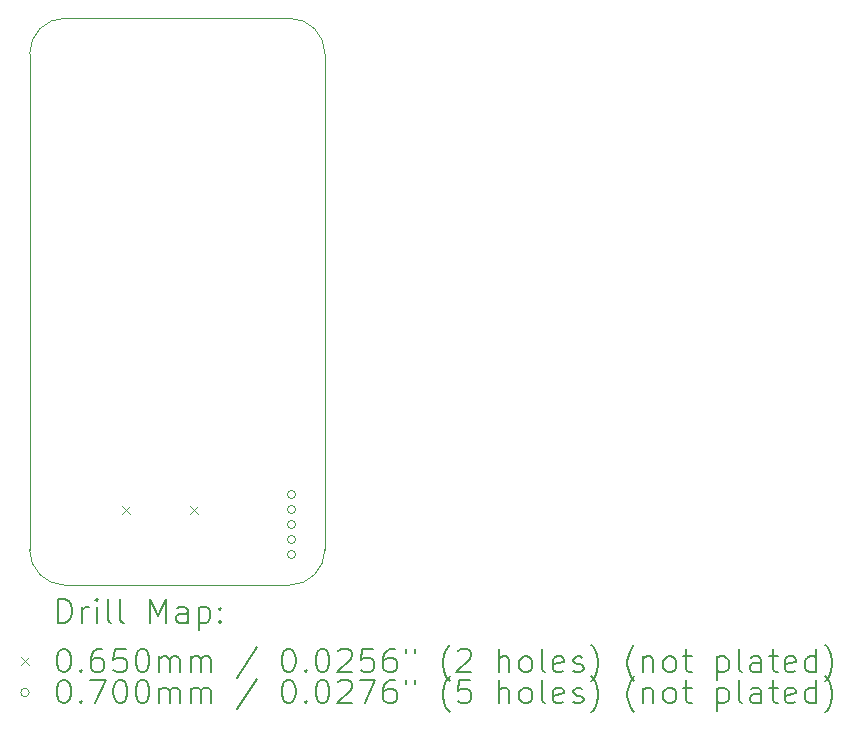
<source format=gbr>
%TF.GenerationSoftware,KiCad,Pcbnew,7.0.2*%
%TF.CreationDate,2023-10-19T19:02:42-04:00*%
%TF.ProjectId,XBee_Joint,58426565-5f4a-46f6-996e-742e6b696361,rev?*%
%TF.SameCoordinates,Original*%
%TF.FileFunction,Drillmap*%
%TF.FilePolarity,Positive*%
%FSLAX45Y45*%
G04 Gerber Fmt 4.5, Leading zero omitted, Abs format (unit mm)*
G04 Created by KiCad (PCBNEW 7.0.2) date 2023-10-19 19:02:42*
%MOMM*%
%LPD*%
G01*
G04 APERTURE LIST*
%ADD10C,0.100000*%
%ADD11C,0.200000*%
%ADD12C,0.065000*%
%ADD13C,0.070000*%
G04 APERTURE END LIST*
D10*
X6629000Y-14697000D02*
G75*
G03*
X6929000Y-14997000I300000J0D01*
G01*
X8829000Y-14997000D02*
G75*
G03*
X9129000Y-14697000I0J300000D01*
G01*
X8829000Y-14997000D02*
X6929000Y-14997000D01*
X6929000Y-10197000D02*
G75*
G03*
X6629000Y-10497000I0J-300000D01*
G01*
X6629000Y-14697000D02*
X6629000Y-10497000D01*
X9129000Y-10497000D02*
G75*
G03*
X8829000Y-10197000I-300000J0D01*
G01*
X9129000Y-10497000D02*
X9129000Y-14697000D01*
X6929000Y-10197000D02*
X8829000Y-10197000D01*
D11*
D12*
X7412500Y-14329000D02*
X7477500Y-14394000D01*
X7477500Y-14329000D02*
X7412500Y-14394000D01*
X7990500Y-14329000D02*
X8055500Y-14394000D01*
X8055500Y-14329000D02*
X7990500Y-14394000D01*
D13*
X8880450Y-14230000D02*
G75*
G03*
X8880450Y-14230000I-35000J0D01*
G01*
X8880450Y-14357000D02*
G75*
G03*
X8880450Y-14357000I-35000J0D01*
G01*
X8880450Y-14484000D02*
G75*
G03*
X8880450Y-14484000I-35000J0D01*
G01*
X8880450Y-14611000D02*
G75*
G03*
X8880450Y-14611000I-35000J0D01*
G01*
X8880450Y-14738000D02*
G75*
G03*
X8880450Y-14738000I-35000J0D01*
G01*
D11*
X6871619Y-15314524D02*
X6871619Y-15114524D01*
X6871619Y-15114524D02*
X6919238Y-15114524D01*
X6919238Y-15114524D02*
X6947809Y-15124048D01*
X6947809Y-15124048D02*
X6966857Y-15143095D01*
X6966857Y-15143095D02*
X6976381Y-15162143D01*
X6976381Y-15162143D02*
X6985905Y-15200238D01*
X6985905Y-15200238D02*
X6985905Y-15228809D01*
X6985905Y-15228809D02*
X6976381Y-15266905D01*
X6976381Y-15266905D02*
X6966857Y-15285952D01*
X6966857Y-15285952D02*
X6947809Y-15305000D01*
X6947809Y-15305000D02*
X6919238Y-15314524D01*
X6919238Y-15314524D02*
X6871619Y-15314524D01*
X7071619Y-15314524D02*
X7071619Y-15181190D01*
X7071619Y-15219286D02*
X7081143Y-15200238D01*
X7081143Y-15200238D02*
X7090667Y-15190714D01*
X7090667Y-15190714D02*
X7109714Y-15181190D01*
X7109714Y-15181190D02*
X7128762Y-15181190D01*
X7195428Y-15314524D02*
X7195428Y-15181190D01*
X7195428Y-15114524D02*
X7185905Y-15124048D01*
X7185905Y-15124048D02*
X7195428Y-15133571D01*
X7195428Y-15133571D02*
X7204952Y-15124048D01*
X7204952Y-15124048D02*
X7195428Y-15114524D01*
X7195428Y-15114524D02*
X7195428Y-15133571D01*
X7319238Y-15314524D02*
X7300190Y-15305000D01*
X7300190Y-15305000D02*
X7290667Y-15285952D01*
X7290667Y-15285952D02*
X7290667Y-15114524D01*
X7424000Y-15314524D02*
X7404952Y-15305000D01*
X7404952Y-15305000D02*
X7395428Y-15285952D01*
X7395428Y-15285952D02*
X7395428Y-15114524D01*
X7652571Y-15314524D02*
X7652571Y-15114524D01*
X7652571Y-15114524D02*
X7719238Y-15257381D01*
X7719238Y-15257381D02*
X7785905Y-15114524D01*
X7785905Y-15114524D02*
X7785905Y-15314524D01*
X7966857Y-15314524D02*
X7966857Y-15209762D01*
X7966857Y-15209762D02*
X7957333Y-15190714D01*
X7957333Y-15190714D02*
X7938286Y-15181190D01*
X7938286Y-15181190D02*
X7900190Y-15181190D01*
X7900190Y-15181190D02*
X7881143Y-15190714D01*
X7966857Y-15305000D02*
X7947809Y-15314524D01*
X7947809Y-15314524D02*
X7900190Y-15314524D01*
X7900190Y-15314524D02*
X7881143Y-15305000D01*
X7881143Y-15305000D02*
X7871619Y-15285952D01*
X7871619Y-15285952D02*
X7871619Y-15266905D01*
X7871619Y-15266905D02*
X7881143Y-15247857D01*
X7881143Y-15247857D02*
X7900190Y-15238333D01*
X7900190Y-15238333D02*
X7947809Y-15238333D01*
X7947809Y-15238333D02*
X7966857Y-15228809D01*
X8062095Y-15181190D02*
X8062095Y-15381190D01*
X8062095Y-15190714D02*
X8081143Y-15181190D01*
X8081143Y-15181190D02*
X8119238Y-15181190D01*
X8119238Y-15181190D02*
X8138286Y-15190714D01*
X8138286Y-15190714D02*
X8147809Y-15200238D01*
X8147809Y-15200238D02*
X8157333Y-15219286D01*
X8157333Y-15219286D02*
X8157333Y-15276428D01*
X8157333Y-15276428D02*
X8147809Y-15295476D01*
X8147809Y-15295476D02*
X8138286Y-15305000D01*
X8138286Y-15305000D02*
X8119238Y-15314524D01*
X8119238Y-15314524D02*
X8081143Y-15314524D01*
X8081143Y-15314524D02*
X8062095Y-15305000D01*
X8243048Y-15295476D02*
X8252571Y-15305000D01*
X8252571Y-15305000D02*
X8243048Y-15314524D01*
X8243048Y-15314524D02*
X8233524Y-15305000D01*
X8233524Y-15305000D02*
X8243048Y-15295476D01*
X8243048Y-15295476D02*
X8243048Y-15314524D01*
X8243048Y-15190714D02*
X8252571Y-15200238D01*
X8252571Y-15200238D02*
X8243048Y-15209762D01*
X8243048Y-15209762D02*
X8233524Y-15200238D01*
X8233524Y-15200238D02*
X8243048Y-15190714D01*
X8243048Y-15190714D02*
X8243048Y-15209762D01*
D12*
X6559000Y-15609500D02*
X6624000Y-15674500D01*
X6624000Y-15609500D02*
X6559000Y-15674500D01*
D11*
X6909714Y-15534524D02*
X6928762Y-15534524D01*
X6928762Y-15534524D02*
X6947809Y-15544048D01*
X6947809Y-15544048D02*
X6957333Y-15553571D01*
X6957333Y-15553571D02*
X6966857Y-15572619D01*
X6966857Y-15572619D02*
X6976381Y-15610714D01*
X6976381Y-15610714D02*
X6976381Y-15658333D01*
X6976381Y-15658333D02*
X6966857Y-15696428D01*
X6966857Y-15696428D02*
X6957333Y-15715476D01*
X6957333Y-15715476D02*
X6947809Y-15725000D01*
X6947809Y-15725000D02*
X6928762Y-15734524D01*
X6928762Y-15734524D02*
X6909714Y-15734524D01*
X6909714Y-15734524D02*
X6890667Y-15725000D01*
X6890667Y-15725000D02*
X6881143Y-15715476D01*
X6881143Y-15715476D02*
X6871619Y-15696428D01*
X6871619Y-15696428D02*
X6862095Y-15658333D01*
X6862095Y-15658333D02*
X6862095Y-15610714D01*
X6862095Y-15610714D02*
X6871619Y-15572619D01*
X6871619Y-15572619D02*
X6881143Y-15553571D01*
X6881143Y-15553571D02*
X6890667Y-15544048D01*
X6890667Y-15544048D02*
X6909714Y-15534524D01*
X7062095Y-15715476D02*
X7071619Y-15725000D01*
X7071619Y-15725000D02*
X7062095Y-15734524D01*
X7062095Y-15734524D02*
X7052571Y-15725000D01*
X7052571Y-15725000D02*
X7062095Y-15715476D01*
X7062095Y-15715476D02*
X7062095Y-15734524D01*
X7243048Y-15534524D02*
X7204952Y-15534524D01*
X7204952Y-15534524D02*
X7185905Y-15544048D01*
X7185905Y-15544048D02*
X7176381Y-15553571D01*
X7176381Y-15553571D02*
X7157333Y-15582143D01*
X7157333Y-15582143D02*
X7147809Y-15620238D01*
X7147809Y-15620238D02*
X7147809Y-15696428D01*
X7147809Y-15696428D02*
X7157333Y-15715476D01*
X7157333Y-15715476D02*
X7166857Y-15725000D01*
X7166857Y-15725000D02*
X7185905Y-15734524D01*
X7185905Y-15734524D02*
X7224000Y-15734524D01*
X7224000Y-15734524D02*
X7243048Y-15725000D01*
X7243048Y-15725000D02*
X7252571Y-15715476D01*
X7252571Y-15715476D02*
X7262095Y-15696428D01*
X7262095Y-15696428D02*
X7262095Y-15648809D01*
X7262095Y-15648809D02*
X7252571Y-15629762D01*
X7252571Y-15629762D02*
X7243048Y-15620238D01*
X7243048Y-15620238D02*
X7224000Y-15610714D01*
X7224000Y-15610714D02*
X7185905Y-15610714D01*
X7185905Y-15610714D02*
X7166857Y-15620238D01*
X7166857Y-15620238D02*
X7157333Y-15629762D01*
X7157333Y-15629762D02*
X7147809Y-15648809D01*
X7443048Y-15534524D02*
X7347809Y-15534524D01*
X7347809Y-15534524D02*
X7338286Y-15629762D01*
X7338286Y-15629762D02*
X7347809Y-15620238D01*
X7347809Y-15620238D02*
X7366857Y-15610714D01*
X7366857Y-15610714D02*
X7414476Y-15610714D01*
X7414476Y-15610714D02*
X7433524Y-15620238D01*
X7433524Y-15620238D02*
X7443048Y-15629762D01*
X7443048Y-15629762D02*
X7452571Y-15648809D01*
X7452571Y-15648809D02*
X7452571Y-15696428D01*
X7452571Y-15696428D02*
X7443048Y-15715476D01*
X7443048Y-15715476D02*
X7433524Y-15725000D01*
X7433524Y-15725000D02*
X7414476Y-15734524D01*
X7414476Y-15734524D02*
X7366857Y-15734524D01*
X7366857Y-15734524D02*
X7347809Y-15725000D01*
X7347809Y-15725000D02*
X7338286Y-15715476D01*
X7576381Y-15534524D02*
X7595429Y-15534524D01*
X7595429Y-15534524D02*
X7614476Y-15544048D01*
X7614476Y-15544048D02*
X7624000Y-15553571D01*
X7624000Y-15553571D02*
X7633524Y-15572619D01*
X7633524Y-15572619D02*
X7643048Y-15610714D01*
X7643048Y-15610714D02*
X7643048Y-15658333D01*
X7643048Y-15658333D02*
X7633524Y-15696428D01*
X7633524Y-15696428D02*
X7624000Y-15715476D01*
X7624000Y-15715476D02*
X7614476Y-15725000D01*
X7614476Y-15725000D02*
X7595429Y-15734524D01*
X7595429Y-15734524D02*
X7576381Y-15734524D01*
X7576381Y-15734524D02*
X7557333Y-15725000D01*
X7557333Y-15725000D02*
X7547809Y-15715476D01*
X7547809Y-15715476D02*
X7538286Y-15696428D01*
X7538286Y-15696428D02*
X7528762Y-15658333D01*
X7528762Y-15658333D02*
X7528762Y-15610714D01*
X7528762Y-15610714D02*
X7538286Y-15572619D01*
X7538286Y-15572619D02*
X7547809Y-15553571D01*
X7547809Y-15553571D02*
X7557333Y-15544048D01*
X7557333Y-15544048D02*
X7576381Y-15534524D01*
X7728762Y-15734524D02*
X7728762Y-15601190D01*
X7728762Y-15620238D02*
X7738286Y-15610714D01*
X7738286Y-15610714D02*
X7757333Y-15601190D01*
X7757333Y-15601190D02*
X7785905Y-15601190D01*
X7785905Y-15601190D02*
X7804952Y-15610714D01*
X7804952Y-15610714D02*
X7814476Y-15629762D01*
X7814476Y-15629762D02*
X7814476Y-15734524D01*
X7814476Y-15629762D02*
X7824000Y-15610714D01*
X7824000Y-15610714D02*
X7843048Y-15601190D01*
X7843048Y-15601190D02*
X7871619Y-15601190D01*
X7871619Y-15601190D02*
X7890667Y-15610714D01*
X7890667Y-15610714D02*
X7900190Y-15629762D01*
X7900190Y-15629762D02*
X7900190Y-15734524D01*
X7995429Y-15734524D02*
X7995429Y-15601190D01*
X7995429Y-15620238D02*
X8004952Y-15610714D01*
X8004952Y-15610714D02*
X8024000Y-15601190D01*
X8024000Y-15601190D02*
X8052571Y-15601190D01*
X8052571Y-15601190D02*
X8071619Y-15610714D01*
X8071619Y-15610714D02*
X8081143Y-15629762D01*
X8081143Y-15629762D02*
X8081143Y-15734524D01*
X8081143Y-15629762D02*
X8090667Y-15610714D01*
X8090667Y-15610714D02*
X8109714Y-15601190D01*
X8109714Y-15601190D02*
X8138286Y-15601190D01*
X8138286Y-15601190D02*
X8157333Y-15610714D01*
X8157333Y-15610714D02*
X8166857Y-15629762D01*
X8166857Y-15629762D02*
X8166857Y-15734524D01*
X8557333Y-15525000D02*
X8385905Y-15782143D01*
X8814476Y-15534524D02*
X8833524Y-15534524D01*
X8833524Y-15534524D02*
X8852572Y-15544048D01*
X8852572Y-15544048D02*
X8862095Y-15553571D01*
X8862095Y-15553571D02*
X8871619Y-15572619D01*
X8871619Y-15572619D02*
X8881143Y-15610714D01*
X8881143Y-15610714D02*
X8881143Y-15658333D01*
X8881143Y-15658333D02*
X8871619Y-15696428D01*
X8871619Y-15696428D02*
X8862095Y-15715476D01*
X8862095Y-15715476D02*
X8852572Y-15725000D01*
X8852572Y-15725000D02*
X8833524Y-15734524D01*
X8833524Y-15734524D02*
X8814476Y-15734524D01*
X8814476Y-15734524D02*
X8795429Y-15725000D01*
X8795429Y-15725000D02*
X8785905Y-15715476D01*
X8785905Y-15715476D02*
X8776381Y-15696428D01*
X8776381Y-15696428D02*
X8766857Y-15658333D01*
X8766857Y-15658333D02*
X8766857Y-15610714D01*
X8766857Y-15610714D02*
X8776381Y-15572619D01*
X8776381Y-15572619D02*
X8785905Y-15553571D01*
X8785905Y-15553571D02*
X8795429Y-15544048D01*
X8795429Y-15544048D02*
X8814476Y-15534524D01*
X8966857Y-15715476D02*
X8976381Y-15725000D01*
X8976381Y-15725000D02*
X8966857Y-15734524D01*
X8966857Y-15734524D02*
X8957334Y-15725000D01*
X8957334Y-15725000D02*
X8966857Y-15715476D01*
X8966857Y-15715476D02*
X8966857Y-15734524D01*
X9100191Y-15534524D02*
X9119238Y-15534524D01*
X9119238Y-15534524D02*
X9138286Y-15544048D01*
X9138286Y-15544048D02*
X9147810Y-15553571D01*
X9147810Y-15553571D02*
X9157334Y-15572619D01*
X9157334Y-15572619D02*
X9166857Y-15610714D01*
X9166857Y-15610714D02*
X9166857Y-15658333D01*
X9166857Y-15658333D02*
X9157334Y-15696428D01*
X9157334Y-15696428D02*
X9147810Y-15715476D01*
X9147810Y-15715476D02*
X9138286Y-15725000D01*
X9138286Y-15725000D02*
X9119238Y-15734524D01*
X9119238Y-15734524D02*
X9100191Y-15734524D01*
X9100191Y-15734524D02*
X9081143Y-15725000D01*
X9081143Y-15725000D02*
X9071619Y-15715476D01*
X9071619Y-15715476D02*
X9062095Y-15696428D01*
X9062095Y-15696428D02*
X9052572Y-15658333D01*
X9052572Y-15658333D02*
X9052572Y-15610714D01*
X9052572Y-15610714D02*
X9062095Y-15572619D01*
X9062095Y-15572619D02*
X9071619Y-15553571D01*
X9071619Y-15553571D02*
X9081143Y-15544048D01*
X9081143Y-15544048D02*
X9100191Y-15534524D01*
X9243048Y-15553571D02*
X9252572Y-15544048D01*
X9252572Y-15544048D02*
X9271619Y-15534524D01*
X9271619Y-15534524D02*
X9319238Y-15534524D01*
X9319238Y-15534524D02*
X9338286Y-15544048D01*
X9338286Y-15544048D02*
X9347810Y-15553571D01*
X9347810Y-15553571D02*
X9357334Y-15572619D01*
X9357334Y-15572619D02*
X9357334Y-15591667D01*
X9357334Y-15591667D02*
X9347810Y-15620238D01*
X9347810Y-15620238D02*
X9233524Y-15734524D01*
X9233524Y-15734524D02*
X9357334Y-15734524D01*
X9538286Y-15534524D02*
X9443048Y-15534524D01*
X9443048Y-15534524D02*
X9433524Y-15629762D01*
X9433524Y-15629762D02*
X9443048Y-15620238D01*
X9443048Y-15620238D02*
X9462095Y-15610714D01*
X9462095Y-15610714D02*
X9509715Y-15610714D01*
X9509715Y-15610714D02*
X9528762Y-15620238D01*
X9528762Y-15620238D02*
X9538286Y-15629762D01*
X9538286Y-15629762D02*
X9547810Y-15648809D01*
X9547810Y-15648809D02*
X9547810Y-15696428D01*
X9547810Y-15696428D02*
X9538286Y-15715476D01*
X9538286Y-15715476D02*
X9528762Y-15725000D01*
X9528762Y-15725000D02*
X9509715Y-15734524D01*
X9509715Y-15734524D02*
X9462095Y-15734524D01*
X9462095Y-15734524D02*
X9443048Y-15725000D01*
X9443048Y-15725000D02*
X9433524Y-15715476D01*
X9719238Y-15534524D02*
X9681143Y-15534524D01*
X9681143Y-15534524D02*
X9662095Y-15544048D01*
X9662095Y-15544048D02*
X9652572Y-15553571D01*
X9652572Y-15553571D02*
X9633524Y-15582143D01*
X9633524Y-15582143D02*
X9624000Y-15620238D01*
X9624000Y-15620238D02*
X9624000Y-15696428D01*
X9624000Y-15696428D02*
X9633524Y-15715476D01*
X9633524Y-15715476D02*
X9643048Y-15725000D01*
X9643048Y-15725000D02*
X9662095Y-15734524D01*
X9662095Y-15734524D02*
X9700191Y-15734524D01*
X9700191Y-15734524D02*
X9719238Y-15725000D01*
X9719238Y-15725000D02*
X9728762Y-15715476D01*
X9728762Y-15715476D02*
X9738286Y-15696428D01*
X9738286Y-15696428D02*
X9738286Y-15648809D01*
X9738286Y-15648809D02*
X9728762Y-15629762D01*
X9728762Y-15629762D02*
X9719238Y-15620238D01*
X9719238Y-15620238D02*
X9700191Y-15610714D01*
X9700191Y-15610714D02*
X9662095Y-15610714D01*
X9662095Y-15610714D02*
X9643048Y-15620238D01*
X9643048Y-15620238D02*
X9633524Y-15629762D01*
X9633524Y-15629762D02*
X9624000Y-15648809D01*
X9814476Y-15534524D02*
X9814476Y-15572619D01*
X9890667Y-15534524D02*
X9890667Y-15572619D01*
X10185905Y-15810714D02*
X10176381Y-15801190D01*
X10176381Y-15801190D02*
X10157334Y-15772619D01*
X10157334Y-15772619D02*
X10147810Y-15753571D01*
X10147810Y-15753571D02*
X10138286Y-15725000D01*
X10138286Y-15725000D02*
X10128762Y-15677381D01*
X10128762Y-15677381D02*
X10128762Y-15639286D01*
X10128762Y-15639286D02*
X10138286Y-15591667D01*
X10138286Y-15591667D02*
X10147810Y-15563095D01*
X10147810Y-15563095D02*
X10157334Y-15544048D01*
X10157334Y-15544048D02*
X10176381Y-15515476D01*
X10176381Y-15515476D02*
X10185905Y-15505952D01*
X10252572Y-15553571D02*
X10262096Y-15544048D01*
X10262096Y-15544048D02*
X10281143Y-15534524D01*
X10281143Y-15534524D02*
X10328762Y-15534524D01*
X10328762Y-15534524D02*
X10347810Y-15544048D01*
X10347810Y-15544048D02*
X10357334Y-15553571D01*
X10357334Y-15553571D02*
X10366857Y-15572619D01*
X10366857Y-15572619D02*
X10366857Y-15591667D01*
X10366857Y-15591667D02*
X10357334Y-15620238D01*
X10357334Y-15620238D02*
X10243048Y-15734524D01*
X10243048Y-15734524D02*
X10366857Y-15734524D01*
X10604953Y-15734524D02*
X10604953Y-15534524D01*
X10690667Y-15734524D02*
X10690667Y-15629762D01*
X10690667Y-15629762D02*
X10681143Y-15610714D01*
X10681143Y-15610714D02*
X10662096Y-15601190D01*
X10662096Y-15601190D02*
X10633524Y-15601190D01*
X10633524Y-15601190D02*
X10614477Y-15610714D01*
X10614477Y-15610714D02*
X10604953Y-15620238D01*
X10814477Y-15734524D02*
X10795429Y-15725000D01*
X10795429Y-15725000D02*
X10785905Y-15715476D01*
X10785905Y-15715476D02*
X10776381Y-15696428D01*
X10776381Y-15696428D02*
X10776381Y-15639286D01*
X10776381Y-15639286D02*
X10785905Y-15620238D01*
X10785905Y-15620238D02*
X10795429Y-15610714D01*
X10795429Y-15610714D02*
X10814477Y-15601190D01*
X10814477Y-15601190D02*
X10843048Y-15601190D01*
X10843048Y-15601190D02*
X10862096Y-15610714D01*
X10862096Y-15610714D02*
X10871619Y-15620238D01*
X10871619Y-15620238D02*
X10881143Y-15639286D01*
X10881143Y-15639286D02*
X10881143Y-15696428D01*
X10881143Y-15696428D02*
X10871619Y-15715476D01*
X10871619Y-15715476D02*
X10862096Y-15725000D01*
X10862096Y-15725000D02*
X10843048Y-15734524D01*
X10843048Y-15734524D02*
X10814477Y-15734524D01*
X10995429Y-15734524D02*
X10976381Y-15725000D01*
X10976381Y-15725000D02*
X10966858Y-15705952D01*
X10966858Y-15705952D02*
X10966858Y-15534524D01*
X11147810Y-15725000D02*
X11128762Y-15734524D01*
X11128762Y-15734524D02*
X11090667Y-15734524D01*
X11090667Y-15734524D02*
X11071619Y-15725000D01*
X11071619Y-15725000D02*
X11062096Y-15705952D01*
X11062096Y-15705952D02*
X11062096Y-15629762D01*
X11062096Y-15629762D02*
X11071619Y-15610714D01*
X11071619Y-15610714D02*
X11090667Y-15601190D01*
X11090667Y-15601190D02*
X11128762Y-15601190D01*
X11128762Y-15601190D02*
X11147810Y-15610714D01*
X11147810Y-15610714D02*
X11157334Y-15629762D01*
X11157334Y-15629762D02*
X11157334Y-15648809D01*
X11157334Y-15648809D02*
X11062096Y-15667857D01*
X11233524Y-15725000D02*
X11252572Y-15734524D01*
X11252572Y-15734524D02*
X11290667Y-15734524D01*
X11290667Y-15734524D02*
X11309715Y-15725000D01*
X11309715Y-15725000D02*
X11319238Y-15705952D01*
X11319238Y-15705952D02*
X11319238Y-15696428D01*
X11319238Y-15696428D02*
X11309715Y-15677381D01*
X11309715Y-15677381D02*
X11290667Y-15667857D01*
X11290667Y-15667857D02*
X11262096Y-15667857D01*
X11262096Y-15667857D02*
X11243048Y-15658333D01*
X11243048Y-15658333D02*
X11233524Y-15639286D01*
X11233524Y-15639286D02*
X11233524Y-15629762D01*
X11233524Y-15629762D02*
X11243048Y-15610714D01*
X11243048Y-15610714D02*
X11262096Y-15601190D01*
X11262096Y-15601190D02*
X11290667Y-15601190D01*
X11290667Y-15601190D02*
X11309715Y-15610714D01*
X11385905Y-15810714D02*
X11395429Y-15801190D01*
X11395429Y-15801190D02*
X11414477Y-15772619D01*
X11414477Y-15772619D02*
X11424000Y-15753571D01*
X11424000Y-15753571D02*
X11433524Y-15725000D01*
X11433524Y-15725000D02*
X11443048Y-15677381D01*
X11443048Y-15677381D02*
X11443048Y-15639286D01*
X11443048Y-15639286D02*
X11433524Y-15591667D01*
X11433524Y-15591667D02*
X11424000Y-15563095D01*
X11424000Y-15563095D02*
X11414477Y-15544048D01*
X11414477Y-15544048D02*
X11395429Y-15515476D01*
X11395429Y-15515476D02*
X11385905Y-15505952D01*
X11747810Y-15810714D02*
X11738286Y-15801190D01*
X11738286Y-15801190D02*
X11719238Y-15772619D01*
X11719238Y-15772619D02*
X11709715Y-15753571D01*
X11709715Y-15753571D02*
X11700191Y-15725000D01*
X11700191Y-15725000D02*
X11690667Y-15677381D01*
X11690667Y-15677381D02*
X11690667Y-15639286D01*
X11690667Y-15639286D02*
X11700191Y-15591667D01*
X11700191Y-15591667D02*
X11709715Y-15563095D01*
X11709715Y-15563095D02*
X11719238Y-15544048D01*
X11719238Y-15544048D02*
X11738286Y-15515476D01*
X11738286Y-15515476D02*
X11747810Y-15505952D01*
X11824000Y-15601190D02*
X11824000Y-15734524D01*
X11824000Y-15620238D02*
X11833524Y-15610714D01*
X11833524Y-15610714D02*
X11852572Y-15601190D01*
X11852572Y-15601190D02*
X11881143Y-15601190D01*
X11881143Y-15601190D02*
X11900191Y-15610714D01*
X11900191Y-15610714D02*
X11909715Y-15629762D01*
X11909715Y-15629762D02*
X11909715Y-15734524D01*
X12033524Y-15734524D02*
X12014477Y-15725000D01*
X12014477Y-15725000D02*
X12004953Y-15715476D01*
X12004953Y-15715476D02*
X11995429Y-15696428D01*
X11995429Y-15696428D02*
X11995429Y-15639286D01*
X11995429Y-15639286D02*
X12004953Y-15620238D01*
X12004953Y-15620238D02*
X12014477Y-15610714D01*
X12014477Y-15610714D02*
X12033524Y-15601190D01*
X12033524Y-15601190D02*
X12062096Y-15601190D01*
X12062096Y-15601190D02*
X12081143Y-15610714D01*
X12081143Y-15610714D02*
X12090667Y-15620238D01*
X12090667Y-15620238D02*
X12100191Y-15639286D01*
X12100191Y-15639286D02*
X12100191Y-15696428D01*
X12100191Y-15696428D02*
X12090667Y-15715476D01*
X12090667Y-15715476D02*
X12081143Y-15725000D01*
X12081143Y-15725000D02*
X12062096Y-15734524D01*
X12062096Y-15734524D02*
X12033524Y-15734524D01*
X12157334Y-15601190D02*
X12233524Y-15601190D01*
X12185905Y-15534524D02*
X12185905Y-15705952D01*
X12185905Y-15705952D02*
X12195429Y-15725000D01*
X12195429Y-15725000D02*
X12214477Y-15734524D01*
X12214477Y-15734524D02*
X12233524Y-15734524D01*
X12452572Y-15601190D02*
X12452572Y-15801190D01*
X12452572Y-15610714D02*
X12471619Y-15601190D01*
X12471619Y-15601190D02*
X12509715Y-15601190D01*
X12509715Y-15601190D02*
X12528762Y-15610714D01*
X12528762Y-15610714D02*
X12538286Y-15620238D01*
X12538286Y-15620238D02*
X12547810Y-15639286D01*
X12547810Y-15639286D02*
X12547810Y-15696428D01*
X12547810Y-15696428D02*
X12538286Y-15715476D01*
X12538286Y-15715476D02*
X12528762Y-15725000D01*
X12528762Y-15725000D02*
X12509715Y-15734524D01*
X12509715Y-15734524D02*
X12471619Y-15734524D01*
X12471619Y-15734524D02*
X12452572Y-15725000D01*
X12662096Y-15734524D02*
X12643048Y-15725000D01*
X12643048Y-15725000D02*
X12633524Y-15705952D01*
X12633524Y-15705952D02*
X12633524Y-15534524D01*
X12824000Y-15734524D02*
X12824000Y-15629762D01*
X12824000Y-15629762D02*
X12814477Y-15610714D01*
X12814477Y-15610714D02*
X12795429Y-15601190D01*
X12795429Y-15601190D02*
X12757334Y-15601190D01*
X12757334Y-15601190D02*
X12738286Y-15610714D01*
X12824000Y-15725000D02*
X12804953Y-15734524D01*
X12804953Y-15734524D02*
X12757334Y-15734524D01*
X12757334Y-15734524D02*
X12738286Y-15725000D01*
X12738286Y-15725000D02*
X12728762Y-15705952D01*
X12728762Y-15705952D02*
X12728762Y-15686905D01*
X12728762Y-15686905D02*
X12738286Y-15667857D01*
X12738286Y-15667857D02*
X12757334Y-15658333D01*
X12757334Y-15658333D02*
X12804953Y-15658333D01*
X12804953Y-15658333D02*
X12824000Y-15648809D01*
X12890667Y-15601190D02*
X12966858Y-15601190D01*
X12919239Y-15534524D02*
X12919239Y-15705952D01*
X12919239Y-15705952D02*
X12928762Y-15725000D01*
X12928762Y-15725000D02*
X12947810Y-15734524D01*
X12947810Y-15734524D02*
X12966858Y-15734524D01*
X13109715Y-15725000D02*
X13090667Y-15734524D01*
X13090667Y-15734524D02*
X13052572Y-15734524D01*
X13052572Y-15734524D02*
X13033524Y-15725000D01*
X13033524Y-15725000D02*
X13024000Y-15705952D01*
X13024000Y-15705952D02*
X13024000Y-15629762D01*
X13024000Y-15629762D02*
X13033524Y-15610714D01*
X13033524Y-15610714D02*
X13052572Y-15601190D01*
X13052572Y-15601190D02*
X13090667Y-15601190D01*
X13090667Y-15601190D02*
X13109715Y-15610714D01*
X13109715Y-15610714D02*
X13119239Y-15629762D01*
X13119239Y-15629762D02*
X13119239Y-15648809D01*
X13119239Y-15648809D02*
X13024000Y-15667857D01*
X13290667Y-15734524D02*
X13290667Y-15534524D01*
X13290667Y-15725000D02*
X13271620Y-15734524D01*
X13271620Y-15734524D02*
X13233524Y-15734524D01*
X13233524Y-15734524D02*
X13214477Y-15725000D01*
X13214477Y-15725000D02*
X13204953Y-15715476D01*
X13204953Y-15715476D02*
X13195429Y-15696428D01*
X13195429Y-15696428D02*
X13195429Y-15639286D01*
X13195429Y-15639286D02*
X13204953Y-15620238D01*
X13204953Y-15620238D02*
X13214477Y-15610714D01*
X13214477Y-15610714D02*
X13233524Y-15601190D01*
X13233524Y-15601190D02*
X13271620Y-15601190D01*
X13271620Y-15601190D02*
X13290667Y-15610714D01*
X13366858Y-15810714D02*
X13376381Y-15801190D01*
X13376381Y-15801190D02*
X13395429Y-15772619D01*
X13395429Y-15772619D02*
X13404953Y-15753571D01*
X13404953Y-15753571D02*
X13414477Y-15725000D01*
X13414477Y-15725000D02*
X13424000Y-15677381D01*
X13424000Y-15677381D02*
X13424000Y-15639286D01*
X13424000Y-15639286D02*
X13414477Y-15591667D01*
X13414477Y-15591667D02*
X13404953Y-15563095D01*
X13404953Y-15563095D02*
X13395429Y-15544048D01*
X13395429Y-15544048D02*
X13376381Y-15515476D01*
X13376381Y-15515476D02*
X13366858Y-15505952D01*
D13*
X6624000Y-15906000D02*
G75*
G03*
X6624000Y-15906000I-35000J0D01*
G01*
D11*
X6909714Y-15798524D02*
X6928762Y-15798524D01*
X6928762Y-15798524D02*
X6947809Y-15808048D01*
X6947809Y-15808048D02*
X6957333Y-15817571D01*
X6957333Y-15817571D02*
X6966857Y-15836619D01*
X6966857Y-15836619D02*
X6976381Y-15874714D01*
X6976381Y-15874714D02*
X6976381Y-15922333D01*
X6976381Y-15922333D02*
X6966857Y-15960428D01*
X6966857Y-15960428D02*
X6957333Y-15979476D01*
X6957333Y-15979476D02*
X6947809Y-15989000D01*
X6947809Y-15989000D02*
X6928762Y-15998524D01*
X6928762Y-15998524D02*
X6909714Y-15998524D01*
X6909714Y-15998524D02*
X6890667Y-15989000D01*
X6890667Y-15989000D02*
X6881143Y-15979476D01*
X6881143Y-15979476D02*
X6871619Y-15960428D01*
X6871619Y-15960428D02*
X6862095Y-15922333D01*
X6862095Y-15922333D02*
X6862095Y-15874714D01*
X6862095Y-15874714D02*
X6871619Y-15836619D01*
X6871619Y-15836619D02*
X6881143Y-15817571D01*
X6881143Y-15817571D02*
X6890667Y-15808048D01*
X6890667Y-15808048D02*
X6909714Y-15798524D01*
X7062095Y-15979476D02*
X7071619Y-15989000D01*
X7071619Y-15989000D02*
X7062095Y-15998524D01*
X7062095Y-15998524D02*
X7052571Y-15989000D01*
X7052571Y-15989000D02*
X7062095Y-15979476D01*
X7062095Y-15979476D02*
X7062095Y-15998524D01*
X7138286Y-15798524D02*
X7271619Y-15798524D01*
X7271619Y-15798524D02*
X7185905Y-15998524D01*
X7385905Y-15798524D02*
X7404952Y-15798524D01*
X7404952Y-15798524D02*
X7424000Y-15808048D01*
X7424000Y-15808048D02*
X7433524Y-15817571D01*
X7433524Y-15817571D02*
X7443048Y-15836619D01*
X7443048Y-15836619D02*
X7452571Y-15874714D01*
X7452571Y-15874714D02*
X7452571Y-15922333D01*
X7452571Y-15922333D02*
X7443048Y-15960428D01*
X7443048Y-15960428D02*
X7433524Y-15979476D01*
X7433524Y-15979476D02*
X7424000Y-15989000D01*
X7424000Y-15989000D02*
X7404952Y-15998524D01*
X7404952Y-15998524D02*
X7385905Y-15998524D01*
X7385905Y-15998524D02*
X7366857Y-15989000D01*
X7366857Y-15989000D02*
X7357333Y-15979476D01*
X7357333Y-15979476D02*
X7347809Y-15960428D01*
X7347809Y-15960428D02*
X7338286Y-15922333D01*
X7338286Y-15922333D02*
X7338286Y-15874714D01*
X7338286Y-15874714D02*
X7347809Y-15836619D01*
X7347809Y-15836619D02*
X7357333Y-15817571D01*
X7357333Y-15817571D02*
X7366857Y-15808048D01*
X7366857Y-15808048D02*
X7385905Y-15798524D01*
X7576381Y-15798524D02*
X7595429Y-15798524D01*
X7595429Y-15798524D02*
X7614476Y-15808048D01*
X7614476Y-15808048D02*
X7624000Y-15817571D01*
X7624000Y-15817571D02*
X7633524Y-15836619D01*
X7633524Y-15836619D02*
X7643048Y-15874714D01*
X7643048Y-15874714D02*
X7643048Y-15922333D01*
X7643048Y-15922333D02*
X7633524Y-15960428D01*
X7633524Y-15960428D02*
X7624000Y-15979476D01*
X7624000Y-15979476D02*
X7614476Y-15989000D01*
X7614476Y-15989000D02*
X7595429Y-15998524D01*
X7595429Y-15998524D02*
X7576381Y-15998524D01*
X7576381Y-15998524D02*
X7557333Y-15989000D01*
X7557333Y-15989000D02*
X7547809Y-15979476D01*
X7547809Y-15979476D02*
X7538286Y-15960428D01*
X7538286Y-15960428D02*
X7528762Y-15922333D01*
X7528762Y-15922333D02*
X7528762Y-15874714D01*
X7528762Y-15874714D02*
X7538286Y-15836619D01*
X7538286Y-15836619D02*
X7547809Y-15817571D01*
X7547809Y-15817571D02*
X7557333Y-15808048D01*
X7557333Y-15808048D02*
X7576381Y-15798524D01*
X7728762Y-15998524D02*
X7728762Y-15865190D01*
X7728762Y-15884238D02*
X7738286Y-15874714D01*
X7738286Y-15874714D02*
X7757333Y-15865190D01*
X7757333Y-15865190D02*
X7785905Y-15865190D01*
X7785905Y-15865190D02*
X7804952Y-15874714D01*
X7804952Y-15874714D02*
X7814476Y-15893762D01*
X7814476Y-15893762D02*
X7814476Y-15998524D01*
X7814476Y-15893762D02*
X7824000Y-15874714D01*
X7824000Y-15874714D02*
X7843048Y-15865190D01*
X7843048Y-15865190D02*
X7871619Y-15865190D01*
X7871619Y-15865190D02*
X7890667Y-15874714D01*
X7890667Y-15874714D02*
X7900190Y-15893762D01*
X7900190Y-15893762D02*
X7900190Y-15998524D01*
X7995429Y-15998524D02*
X7995429Y-15865190D01*
X7995429Y-15884238D02*
X8004952Y-15874714D01*
X8004952Y-15874714D02*
X8024000Y-15865190D01*
X8024000Y-15865190D02*
X8052571Y-15865190D01*
X8052571Y-15865190D02*
X8071619Y-15874714D01*
X8071619Y-15874714D02*
X8081143Y-15893762D01*
X8081143Y-15893762D02*
X8081143Y-15998524D01*
X8081143Y-15893762D02*
X8090667Y-15874714D01*
X8090667Y-15874714D02*
X8109714Y-15865190D01*
X8109714Y-15865190D02*
X8138286Y-15865190D01*
X8138286Y-15865190D02*
X8157333Y-15874714D01*
X8157333Y-15874714D02*
X8166857Y-15893762D01*
X8166857Y-15893762D02*
X8166857Y-15998524D01*
X8557333Y-15789000D02*
X8385905Y-16046143D01*
X8814476Y-15798524D02*
X8833524Y-15798524D01*
X8833524Y-15798524D02*
X8852572Y-15808048D01*
X8852572Y-15808048D02*
X8862095Y-15817571D01*
X8862095Y-15817571D02*
X8871619Y-15836619D01*
X8871619Y-15836619D02*
X8881143Y-15874714D01*
X8881143Y-15874714D02*
X8881143Y-15922333D01*
X8881143Y-15922333D02*
X8871619Y-15960428D01*
X8871619Y-15960428D02*
X8862095Y-15979476D01*
X8862095Y-15979476D02*
X8852572Y-15989000D01*
X8852572Y-15989000D02*
X8833524Y-15998524D01*
X8833524Y-15998524D02*
X8814476Y-15998524D01*
X8814476Y-15998524D02*
X8795429Y-15989000D01*
X8795429Y-15989000D02*
X8785905Y-15979476D01*
X8785905Y-15979476D02*
X8776381Y-15960428D01*
X8776381Y-15960428D02*
X8766857Y-15922333D01*
X8766857Y-15922333D02*
X8766857Y-15874714D01*
X8766857Y-15874714D02*
X8776381Y-15836619D01*
X8776381Y-15836619D02*
X8785905Y-15817571D01*
X8785905Y-15817571D02*
X8795429Y-15808048D01*
X8795429Y-15808048D02*
X8814476Y-15798524D01*
X8966857Y-15979476D02*
X8976381Y-15989000D01*
X8976381Y-15989000D02*
X8966857Y-15998524D01*
X8966857Y-15998524D02*
X8957334Y-15989000D01*
X8957334Y-15989000D02*
X8966857Y-15979476D01*
X8966857Y-15979476D02*
X8966857Y-15998524D01*
X9100191Y-15798524D02*
X9119238Y-15798524D01*
X9119238Y-15798524D02*
X9138286Y-15808048D01*
X9138286Y-15808048D02*
X9147810Y-15817571D01*
X9147810Y-15817571D02*
X9157334Y-15836619D01*
X9157334Y-15836619D02*
X9166857Y-15874714D01*
X9166857Y-15874714D02*
X9166857Y-15922333D01*
X9166857Y-15922333D02*
X9157334Y-15960428D01*
X9157334Y-15960428D02*
X9147810Y-15979476D01*
X9147810Y-15979476D02*
X9138286Y-15989000D01*
X9138286Y-15989000D02*
X9119238Y-15998524D01*
X9119238Y-15998524D02*
X9100191Y-15998524D01*
X9100191Y-15998524D02*
X9081143Y-15989000D01*
X9081143Y-15989000D02*
X9071619Y-15979476D01*
X9071619Y-15979476D02*
X9062095Y-15960428D01*
X9062095Y-15960428D02*
X9052572Y-15922333D01*
X9052572Y-15922333D02*
X9052572Y-15874714D01*
X9052572Y-15874714D02*
X9062095Y-15836619D01*
X9062095Y-15836619D02*
X9071619Y-15817571D01*
X9071619Y-15817571D02*
X9081143Y-15808048D01*
X9081143Y-15808048D02*
X9100191Y-15798524D01*
X9243048Y-15817571D02*
X9252572Y-15808048D01*
X9252572Y-15808048D02*
X9271619Y-15798524D01*
X9271619Y-15798524D02*
X9319238Y-15798524D01*
X9319238Y-15798524D02*
X9338286Y-15808048D01*
X9338286Y-15808048D02*
X9347810Y-15817571D01*
X9347810Y-15817571D02*
X9357334Y-15836619D01*
X9357334Y-15836619D02*
X9357334Y-15855667D01*
X9357334Y-15855667D02*
X9347810Y-15884238D01*
X9347810Y-15884238D02*
X9233524Y-15998524D01*
X9233524Y-15998524D02*
X9357334Y-15998524D01*
X9424000Y-15798524D02*
X9557334Y-15798524D01*
X9557334Y-15798524D02*
X9471619Y-15998524D01*
X9719238Y-15798524D02*
X9681143Y-15798524D01*
X9681143Y-15798524D02*
X9662095Y-15808048D01*
X9662095Y-15808048D02*
X9652572Y-15817571D01*
X9652572Y-15817571D02*
X9633524Y-15846143D01*
X9633524Y-15846143D02*
X9624000Y-15884238D01*
X9624000Y-15884238D02*
X9624000Y-15960428D01*
X9624000Y-15960428D02*
X9633524Y-15979476D01*
X9633524Y-15979476D02*
X9643048Y-15989000D01*
X9643048Y-15989000D02*
X9662095Y-15998524D01*
X9662095Y-15998524D02*
X9700191Y-15998524D01*
X9700191Y-15998524D02*
X9719238Y-15989000D01*
X9719238Y-15989000D02*
X9728762Y-15979476D01*
X9728762Y-15979476D02*
X9738286Y-15960428D01*
X9738286Y-15960428D02*
X9738286Y-15912809D01*
X9738286Y-15912809D02*
X9728762Y-15893762D01*
X9728762Y-15893762D02*
X9719238Y-15884238D01*
X9719238Y-15884238D02*
X9700191Y-15874714D01*
X9700191Y-15874714D02*
X9662095Y-15874714D01*
X9662095Y-15874714D02*
X9643048Y-15884238D01*
X9643048Y-15884238D02*
X9633524Y-15893762D01*
X9633524Y-15893762D02*
X9624000Y-15912809D01*
X9814476Y-15798524D02*
X9814476Y-15836619D01*
X9890667Y-15798524D02*
X9890667Y-15836619D01*
X10185905Y-16074714D02*
X10176381Y-16065190D01*
X10176381Y-16065190D02*
X10157334Y-16036619D01*
X10157334Y-16036619D02*
X10147810Y-16017571D01*
X10147810Y-16017571D02*
X10138286Y-15989000D01*
X10138286Y-15989000D02*
X10128762Y-15941381D01*
X10128762Y-15941381D02*
X10128762Y-15903286D01*
X10128762Y-15903286D02*
X10138286Y-15855667D01*
X10138286Y-15855667D02*
X10147810Y-15827095D01*
X10147810Y-15827095D02*
X10157334Y-15808048D01*
X10157334Y-15808048D02*
X10176381Y-15779476D01*
X10176381Y-15779476D02*
X10185905Y-15769952D01*
X10357334Y-15798524D02*
X10262096Y-15798524D01*
X10262096Y-15798524D02*
X10252572Y-15893762D01*
X10252572Y-15893762D02*
X10262096Y-15884238D01*
X10262096Y-15884238D02*
X10281143Y-15874714D01*
X10281143Y-15874714D02*
X10328762Y-15874714D01*
X10328762Y-15874714D02*
X10347810Y-15884238D01*
X10347810Y-15884238D02*
X10357334Y-15893762D01*
X10357334Y-15893762D02*
X10366857Y-15912809D01*
X10366857Y-15912809D02*
X10366857Y-15960428D01*
X10366857Y-15960428D02*
X10357334Y-15979476D01*
X10357334Y-15979476D02*
X10347810Y-15989000D01*
X10347810Y-15989000D02*
X10328762Y-15998524D01*
X10328762Y-15998524D02*
X10281143Y-15998524D01*
X10281143Y-15998524D02*
X10262096Y-15989000D01*
X10262096Y-15989000D02*
X10252572Y-15979476D01*
X10604953Y-15998524D02*
X10604953Y-15798524D01*
X10690667Y-15998524D02*
X10690667Y-15893762D01*
X10690667Y-15893762D02*
X10681143Y-15874714D01*
X10681143Y-15874714D02*
X10662096Y-15865190D01*
X10662096Y-15865190D02*
X10633524Y-15865190D01*
X10633524Y-15865190D02*
X10614477Y-15874714D01*
X10614477Y-15874714D02*
X10604953Y-15884238D01*
X10814477Y-15998524D02*
X10795429Y-15989000D01*
X10795429Y-15989000D02*
X10785905Y-15979476D01*
X10785905Y-15979476D02*
X10776381Y-15960428D01*
X10776381Y-15960428D02*
X10776381Y-15903286D01*
X10776381Y-15903286D02*
X10785905Y-15884238D01*
X10785905Y-15884238D02*
X10795429Y-15874714D01*
X10795429Y-15874714D02*
X10814477Y-15865190D01*
X10814477Y-15865190D02*
X10843048Y-15865190D01*
X10843048Y-15865190D02*
X10862096Y-15874714D01*
X10862096Y-15874714D02*
X10871619Y-15884238D01*
X10871619Y-15884238D02*
X10881143Y-15903286D01*
X10881143Y-15903286D02*
X10881143Y-15960428D01*
X10881143Y-15960428D02*
X10871619Y-15979476D01*
X10871619Y-15979476D02*
X10862096Y-15989000D01*
X10862096Y-15989000D02*
X10843048Y-15998524D01*
X10843048Y-15998524D02*
X10814477Y-15998524D01*
X10995429Y-15998524D02*
X10976381Y-15989000D01*
X10976381Y-15989000D02*
X10966858Y-15969952D01*
X10966858Y-15969952D02*
X10966858Y-15798524D01*
X11147810Y-15989000D02*
X11128762Y-15998524D01*
X11128762Y-15998524D02*
X11090667Y-15998524D01*
X11090667Y-15998524D02*
X11071619Y-15989000D01*
X11071619Y-15989000D02*
X11062096Y-15969952D01*
X11062096Y-15969952D02*
X11062096Y-15893762D01*
X11062096Y-15893762D02*
X11071619Y-15874714D01*
X11071619Y-15874714D02*
X11090667Y-15865190D01*
X11090667Y-15865190D02*
X11128762Y-15865190D01*
X11128762Y-15865190D02*
X11147810Y-15874714D01*
X11147810Y-15874714D02*
X11157334Y-15893762D01*
X11157334Y-15893762D02*
X11157334Y-15912809D01*
X11157334Y-15912809D02*
X11062096Y-15931857D01*
X11233524Y-15989000D02*
X11252572Y-15998524D01*
X11252572Y-15998524D02*
X11290667Y-15998524D01*
X11290667Y-15998524D02*
X11309715Y-15989000D01*
X11309715Y-15989000D02*
X11319238Y-15969952D01*
X11319238Y-15969952D02*
X11319238Y-15960428D01*
X11319238Y-15960428D02*
X11309715Y-15941381D01*
X11309715Y-15941381D02*
X11290667Y-15931857D01*
X11290667Y-15931857D02*
X11262096Y-15931857D01*
X11262096Y-15931857D02*
X11243048Y-15922333D01*
X11243048Y-15922333D02*
X11233524Y-15903286D01*
X11233524Y-15903286D02*
X11233524Y-15893762D01*
X11233524Y-15893762D02*
X11243048Y-15874714D01*
X11243048Y-15874714D02*
X11262096Y-15865190D01*
X11262096Y-15865190D02*
X11290667Y-15865190D01*
X11290667Y-15865190D02*
X11309715Y-15874714D01*
X11385905Y-16074714D02*
X11395429Y-16065190D01*
X11395429Y-16065190D02*
X11414477Y-16036619D01*
X11414477Y-16036619D02*
X11424000Y-16017571D01*
X11424000Y-16017571D02*
X11433524Y-15989000D01*
X11433524Y-15989000D02*
X11443048Y-15941381D01*
X11443048Y-15941381D02*
X11443048Y-15903286D01*
X11443048Y-15903286D02*
X11433524Y-15855667D01*
X11433524Y-15855667D02*
X11424000Y-15827095D01*
X11424000Y-15827095D02*
X11414477Y-15808048D01*
X11414477Y-15808048D02*
X11395429Y-15779476D01*
X11395429Y-15779476D02*
X11385905Y-15769952D01*
X11747810Y-16074714D02*
X11738286Y-16065190D01*
X11738286Y-16065190D02*
X11719238Y-16036619D01*
X11719238Y-16036619D02*
X11709715Y-16017571D01*
X11709715Y-16017571D02*
X11700191Y-15989000D01*
X11700191Y-15989000D02*
X11690667Y-15941381D01*
X11690667Y-15941381D02*
X11690667Y-15903286D01*
X11690667Y-15903286D02*
X11700191Y-15855667D01*
X11700191Y-15855667D02*
X11709715Y-15827095D01*
X11709715Y-15827095D02*
X11719238Y-15808048D01*
X11719238Y-15808048D02*
X11738286Y-15779476D01*
X11738286Y-15779476D02*
X11747810Y-15769952D01*
X11824000Y-15865190D02*
X11824000Y-15998524D01*
X11824000Y-15884238D02*
X11833524Y-15874714D01*
X11833524Y-15874714D02*
X11852572Y-15865190D01*
X11852572Y-15865190D02*
X11881143Y-15865190D01*
X11881143Y-15865190D02*
X11900191Y-15874714D01*
X11900191Y-15874714D02*
X11909715Y-15893762D01*
X11909715Y-15893762D02*
X11909715Y-15998524D01*
X12033524Y-15998524D02*
X12014477Y-15989000D01*
X12014477Y-15989000D02*
X12004953Y-15979476D01*
X12004953Y-15979476D02*
X11995429Y-15960428D01*
X11995429Y-15960428D02*
X11995429Y-15903286D01*
X11995429Y-15903286D02*
X12004953Y-15884238D01*
X12004953Y-15884238D02*
X12014477Y-15874714D01*
X12014477Y-15874714D02*
X12033524Y-15865190D01*
X12033524Y-15865190D02*
X12062096Y-15865190D01*
X12062096Y-15865190D02*
X12081143Y-15874714D01*
X12081143Y-15874714D02*
X12090667Y-15884238D01*
X12090667Y-15884238D02*
X12100191Y-15903286D01*
X12100191Y-15903286D02*
X12100191Y-15960428D01*
X12100191Y-15960428D02*
X12090667Y-15979476D01*
X12090667Y-15979476D02*
X12081143Y-15989000D01*
X12081143Y-15989000D02*
X12062096Y-15998524D01*
X12062096Y-15998524D02*
X12033524Y-15998524D01*
X12157334Y-15865190D02*
X12233524Y-15865190D01*
X12185905Y-15798524D02*
X12185905Y-15969952D01*
X12185905Y-15969952D02*
X12195429Y-15989000D01*
X12195429Y-15989000D02*
X12214477Y-15998524D01*
X12214477Y-15998524D02*
X12233524Y-15998524D01*
X12452572Y-15865190D02*
X12452572Y-16065190D01*
X12452572Y-15874714D02*
X12471619Y-15865190D01*
X12471619Y-15865190D02*
X12509715Y-15865190D01*
X12509715Y-15865190D02*
X12528762Y-15874714D01*
X12528762Y-15874714D02*
X12538286Y-15884238D01*
X12538286Y-15884238D02*
X12547810Y-15903286D01*
X12547810Y-15903286D02*
X12547810Y-15960428D01*
X12547810Y-15960428D02*
X12538286Y-15979476D01*
X12538286Y-15979476D02*
X12528762Y-15989000D01*
X12528762Y-15989000D02*
X12509715Y-15998524D01*
X12509715Y-15998524D02*
X12471619Y-15998524D01*
X12471619Y-15998524D02*
X12452572Y-15989000D01*
X12662096Y-15998524D02*
X12643048Y-15989000D01*
X12643048Y-15989000D02*
X12633524Y-15969952D01*
X12633524Y-15969952D02*
X12633524Y-15798524D01*
X12824000Y-15998524D02*
X12824000Y-15893762D01*
X12824000Y-15893762D02*
X12814477Y-15874714D01*
X12814477Y-15874714D02*
X12795429Y-15865190D01*
X12795429Y-15865190D02*
X12757334Y-15865190D01*
X12757334Y-15865190D02*
X12738286Y-15874714D01*
X12824000Y-15989000D02*
X12804953Y-15998524D01*
X12804953Y-15998524D02*
X12757334Y-15998524D01*
X12757334Y-15998524D02*
X12738286Y-15989000D01*
X12738286Y-15989000D02*
X12728762Y-15969952D01*
X12728762Y-15969952D02*
X12728762Y-15950905D01*
X12728762Y-15950905D02*
X12738286Y-15931857D01*
X12738286Y-15931857D02*
X12757334Y-15922333D01*
X12757334Y-15922333D02*
X12804953Y-15922333D01*
X12804953Y-15922333D02*
X12824000Y-15912809D01*
X12890667Y-15865190D02*
X12966858Y-15865190D01*
X12919239Y-15798524D02*
X12919239Y-15969952D01*
X12919239Y-15969952D02*
X12928762Y-15989000D01*
X12928762Y-15989000D02*
X12947810Y-15998524D01*
X12947810Y-15998524D02*
X12966858Y-15998524D01*
X13109715Y-15989000D02*
X13090667Y-15998524D01*
X13090667Y-15998524D02*
X13052572Y-15998524D01*
X13052572Y-15998524D02*
X13033524Y-15989000D01*
X13033524Y-15989000D02*
X13024000Y-15969952D01*
X13024000Y-15969952D02*
X13024000Y-15893762D01*
X13024000Y-15893762D02*
X13033524Y-15874714D01*
X13033524Y-15874714D02*
X13052572Y-15865190D01*
X13052572Y-15865190D02*
X13090667Y-15865190D01*
X13090667Y-15865190D02*
X13109715Y-15874714D01*
X13109715Y-15874714D02*
X13119239Y-15893762D01*
X13119239Y-15893762D02*
X13119239Y-15912809D01*
X13119239Y-15912809D02*
X13024000Y-15931857D01*
X13290667Y-15998524D02*
X13290667Y-15798524D01*
X13290667Y-15989000D02*
X13271620Y-15998524D01*
X13271620Y-15998524D02*
X13233524Y-15998524D01*
X13233524Y-15998524D02*
X13214477Y-15989000D01*
X13214477Y-15989000D02*
X13204953Y-15979476D01*
X13204953Y-15979476D02*
X13195429Y-15960428D01*
X13195429Y-15960428D02*
X13195429Y-15903286D01*
X13195429Y-15903286D02*
X13204953Y-15884238D01*
X13204953Y-15884238D02*
X13214477Y-15874714D01*
X13214477Y-15874714D02*
X13233524Y-15865190D01*
X13233524Y-15865190D02*
X13271620Y-15865190D01*
X13271620Y-15865190D02*
X13290667Y-15874714D01*
X13366858Y-16074714D02*
X13376381Y-16065190D01*
X13376381Y-16065190D02*
X13395429Y-16036619D01*
X13395429Y-16036619D02*
X13404953Y-16017571D01*
X13404953Y-16017571D02*
X13414477Y-15989000D01*
X13414477Y-15989000D02*
X13424000Y-15941381D01*
X13424000Y-15941381D02*
X13424000Y-15903286D01*
X13424000Y-15903286D02*
X13414477Y-15855667D01*
X13414477Y-15855667D02*
X13404953Y-15827095D01*
X13404953Y-15827095D02*
X13395429Y-15808048D01*
X13395429Y-15808048D02*
X13376381Y-15779476D01*
X13376381Y-15779476D02*
X13366858Y-15769952D01*
M02*

</source>
